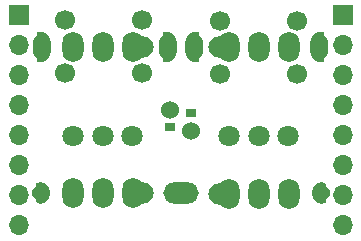
<source format=gbr>
%TF.GenerationSoftware,KiCad,Pcbnew,(6.0.2)*%
%TF.CreationDate,2022-07-09T21:30:07+01:00*%
%TF.ProjectId,universal pcb,756e6976-6572-4736-916c-207063622e6b,rev?*%
%TF.SameCoordinates,Original*%
%TF.FileFunction,Soldermask,Top*%
%TF.FilePolarity,Negative*%
%FSLAX46Y46*%
G04 Gerber Fmt 4.6, Leading zero omitted, Abs format (unit mm)*
G04 Created by KiCad (PCBNEW (6.0.2)) date 2022-07-09 21:30:07*
%MOMM*%
%LPD*%
G01*
G04 APERTURE LIST*
G04 Aperture macros list*
%AMFreePoly0*
4,1,33,0.278115,1.275951,0.450000,1.199423,0.602218,1.088830,0.728115,0.949007,0.822191,0.786063,0.880333,0.607121,0.900000,0.420000,0.900000,-0.420000,0.880333,-0.607121,0.822191,-0.786063,0.728115,-0.949007,0.602218,-1.088830,0.450000,-1.199423,0.278115,-1.275951,0.094076,-1.315070,-0.094076,-1.315070,-0.278115,-1.275951,-0.450000,-1.199423,-0.602218,-1.088830,-0.728115,-0.949007,
-0.822191,-0.786063,-0.880333,-0.607121,-0.900000,-0.420000,-0.900000,0.420000,-0.880333,0.607121,-0.822191,0.786063,-0.728115,0.949007,-0.602218,1.088830,-0.450000,1.199423,-0.278115,1.275951,-0.094076,1.315070,0.094076,1.315070,0.278115,1.275951,0.278115,1.275951,$1*%
%AMFreePoly1*
4,1,33,0.278115,1.240951,0.450000,1.164423,0.602218,1.053830,0.728115,0.914007,0.822191,0.751063,0.880333,0.572121,0.900000,0.385000,0.900000,-0.385000,0.880333,-0.572121,0.822191,-0.751063,0.728115,-0.914007,0.602218,-1.053830,0.450000,-1.164423,0.278115,-1.240951,0.094076,-1.280070,-0.094076,-1.280070,-0.285000,-1.240000,-0.285000,-0.910828,-0.300000,-0.904615,-0.424264,-0.809264,
-0.519615,-0.685000,-0.579555,-0.540291,-0.600000,-0.385000,-0.600000,0.385000,-0.579555,0.540291,-0.519615,0.685000,-0.424264,0.809264,-0.300000,0.904615,-0.285000,0.910828,-0.285000,1.240000,-0.094076,1.280070,0.094076,1.280070,0.278115,1.240951,0.278115,1.240951,$1*%
%AMFreePoly2*
4,1,33,0.285000,1.240000,0.285000,0.910828,0.300000,0.904615,0.424264,0.809264,0.519615,0.685000,0.579555,0.540291,0.600000,0.385000,0.600000,-0.385000,0.579555,-0.540291,0.519615,-0.685000,0.424264,-0.809264,0.300000,-0.904615,0.285000,-0.910828,0.285000,-1.240000,0.094076,-1.280070,-0.094076,-1.280070,-0.278115,-1.240951,-0.450000,-1.164423,-0.602218,-1.053830,-0.728115,-0.914007,
-0.822191,-0.751063,-0.880333,-0.572121,-0.900000,-0.385000,-0.900000,0.385000,-0.880333,0.572121,-0.822191,0.751063,-0.728115,0.914007,-0.602218,1.053830,-0.450000,1.164423,-0.278115,1.240951,-0.094076,1.280070,0.094076,1.280070,0.285000,1.240000,0.285000,1.240000,$1*%
%AMFreePoly3*
4,1,33,-0.002237,0.887946,0.166826,0.836742,0.280000,0.750000,0.280000,0.527899,0.300000,0.519615,0.424264,0.424264,0.519615,0.300000,0.579555,0.155291,0.600000,0.000000,0.579555,-0.155291,0.519615,-0.300000,0.424264,-0.424264,0.300000,-0.519615,0.280000,-0.527899,0.280000,-0.780000,0.078042,-0.868969,-0.096054,-0.898884,-0.272363,-0.887946,-0.441426,-0.836742,-0.594175,-0.748018,
-0.722417,-0.626534,-0.819271,-0.478806,-0.879544,-0.312759,-0.900000,-0.137300,-0.900000,0.137300,-0.894152,0.231571,-0.852165,0.403156,-0.771831,0.560480,-0.657460,0.695103,-0.515186,0.799805,-0.352642,0.868969,-0.178546,0.898884,-0.002237,0.887946,-0.002237,0.887946,$1*%
G04 Aperture macros list end*
%ADD10C,1.800000*%
%ADD11O,1.800000X2.570000*%
%ADD12FreePoly0,270.000000*%
%ADD13FreePoly1,0.000000*%
%ADD14C,1.700000*%
%ADD15FreePoly0,90.000000*%
%ADD16FreePoly2,0.000000*%
%ADD17O,3.000000X1.800000*%
%ADD18FreePoly3,0.000000*%
%ADD19FreePoly3,180.000000*%
%ADD20C,1.524000*%
%ADD21R,0.900000X0.800000*%
%ADD22R,1.700000X1.700000*%
%ADD23O,1.700000X1.700000*%
G04 APERTURE END LIST*
D10*
%TO.C,THONKISWITCHPOT\u002A\u002A*%
X5900000Y-12555000D03*
X8400000Y-12555000D03*
X10900000Y-12555000D03*
D11*
X5860000Y-5055000D03*
X8400000Y-5055000D03*
X10950000Y-5055000D03*
D12*
X11360000Y-5055000D03*
D13*
X13705000Y-5055000D03*
X3095000Y-5055000D03*
D14*
X11700000Y-2755000D03*
X5200000Y-2755000D03*
X11700000Y-7255000D03*
X5200000Y-7255000D03*
%TD*%
D10*
%TO.C,THONKISWITCHPOT\u002A\u002A*%
X24105000Y-12560000D03*
X21605000Y-12560000D03*
X19105000Y-12560000D03*
D11*
X24145000Y-5060000D03*
X21605000Y-5060000D03*
X19055000Y-5060000D03*
D15*
X18645000Y-5060000D03*
D16*
X16300000Y-5060000D03*
X26910000Y-5060000D03*
D14*
X18355000Y-2810000D03*
X24855000Y-2810000D03*
X18355000Y-7310000D03*
X24855000Y-7310000D03*
%TD*%
D17*
%TO.C,THONK*%
X15000000Y-17445000D03*
D18*
X27000000Y-17445000D03*
D19*
X3000000Y-17445000D03*
D11*
X5860000Y-17445000D03*
X24140000Y-17485000D03*
X21600000Y-17485000D03*
X8400000Y-17445000D03*
X19050000Y-17485000D03*
D12*
X11360000Y-17445000D03*
D11*
X10950000Y-17445000D03*
D15*
X18640000Y-17485000D03*
%TD*%
D20*
%TO.C,REF\u002A\u002A*%
X14100000Y-10350000D03*
D21*
X14100000Y-11850000D03*
D20*
X15900000Y-12150000D03*
D21*
X15900000Y-10650000D03*
%TD*%
D22*
%TO.C,REF\u002A\u002A*%
X1270000Y-2360000D03*
D23*
X1270000Y-4900000D03*
X1270000Y-7440000D03*
X1270000Y-9980000D03*
X1270000Y-12520000D03*
X1270000Y-15060000D03*
X1270000Y-17600000D03*
X1270000Y-20140000D03*
%TD*%
%TO.C,REF\u002A\u002A*%
X28730000Y-20140000D03*
X28730000Y-17600000D03*
X28730000Y-15060000D03*
X28730000Y-12520000D03*
X28730000Y-9980000D03*
X28730000Y-7440000D03*
X28730000Y-4900000D03*
D22*
X28730000Y-2360000D03*
%TD*%
M02*

</source>
